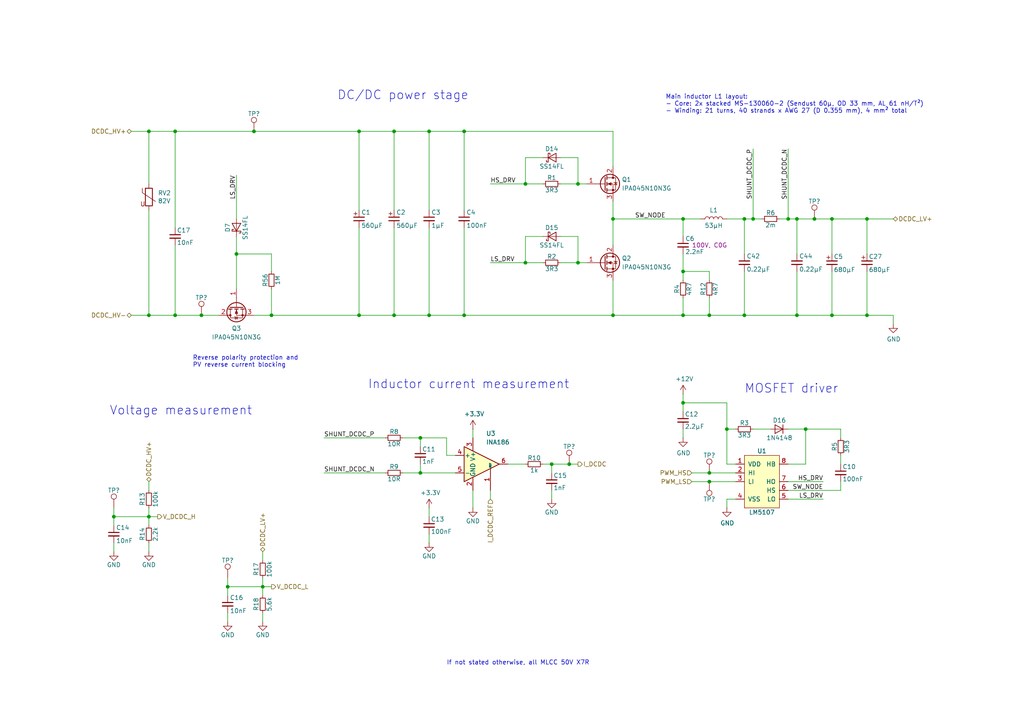
<source format=kicad_sch>
(kicad_sch (version 20250114) (generator "eeschema") (generator_version "9.0")
  (paper "A4")
  (title_block (title "MPPT 2420 HC") (date "2021-05-03") (rev "0.2.3") (company "Copyright © 2020 Libre Solar Technologies GmbH") (comment 1 "Licensed under CERN-OHL-W version 2") (comment 2 "Author: Martin Jäger"))
  (lib_symbols
    (symbol "Connector:TestPoint" (pin_numbers (hide yes)) (pin_names (offset 0.762) (hide yes))
      (property "Reference" "TP" (at 0 6.858 0))
      (property "Value" "TestPoint" (at 0 5.08 0))
      (symbol "TestPoint_0_1"
        (circle (center 0 3.302) (radius 0.762))
      )
      (symbol "TestPoint_1_1"
        (pin passive line (at 0 0 90) (length 2.54) (name "1") (number "1"))
      )
    )
    (symbol "Device:L" (pin_numbers (hide yes)) (pin_names (offset 1.016) (hide yes))
      (property "Reference" "L" (at -1.27 0 90))
      (property "Value" "L" (at 1.905 0 90))
      (symbol "L_0_1"
        (arc (start 0 2.54) (mid 0.6323 1.905) (end 0 1.27))
        (arc (start 0 1.27) (mid 0.6323 0.635) (end 0 0))
        (arc (start 0 0) (mid 0.6323 -0.635) (end 0 -1.27))
        (arc (start 0 -1.27) (mid 0.6323 -1.905) (end 0 -2.54))
      )
      (symbol "L_1_1"
        (pin passive line (at 0 3.81 270) (length 1.27) (name "1") (number "1"))
        (pin passive line (at 0 -3.81 90) (length 1.27) (name "2") (number "2"))
      )
    )
    (symbol "Device:Q_NMOS_GDS" (pin_names (offset 0) (hide yes))
      (property "Reference" "Q" (at 5.08 1.27 0))
      (property "Value" "Device_Q_NMOS_GDS" (at 5.08 -1.27 0))
      (symbol "Q_NMOS_GDS_0_1"
        (polyline (pts (xy 0.254 1.905) (xy 0.254 -1.905)) (stroke (width 0.254)))
        (polyline (pts (xy 0.254 0) (xy -2.54 0)))
        (polyline (pts (xy 0.762 2.286) (xy 0.762 1.27)) (stroke (width 0.254)))
        (polyline (pts (xy 0.762 0.508) (xy 0.762 -0.508)) (stroke (width 0.254)))
        (polyline (pts (xy 0.762 -1.27) (xy 0.762 -2.286)) (stroke (width 0.254)))
        (polyline (pts (xy 0.762 -1.778) (xy 3.302 -1.778) (xy 3.302 1.778) (xy 0.762 1.778)))
        (polyline (pts (xy 1.016 0) (xy 2.032 0.381) (xy 2.032 -0.381) (xy 1.016 0)) (fill (type outline)))
        (circle (center 1.651 0) (radius 2.794) (stroke (width 0.254)))
        (polyline (pts (xy 2.54 2.54) (xy 2.54 1.778)))
        (circle (center 2.54 1.778) (radius 0.254) (fill (type outline)))
        (circle (center 2.54 -1.778) (radius 0.254) (fill (type outline)))
        (polyline (pts (xy 2.54 -2.54) (xy 2.54 0) (xy 0.762 0)))
        (polyline (pts (xy 2.794 0.508) (xy 2.921 0.381) (xy 3.683 0.381) (xy 3.81 0.254)))
        (polyline (pts (xy 3.302 0.381) (xy 2.921 -0.254) (xy 3.683 -0.254) (xy 3.302 0.381)))
      )
      (symbol "Q_NMOS_GDS_1_1"
        (pin input line (at -5.08 0 0) (length 2.54) (name "G") (number "1"))
        (pin passive line (at 2.54 5.08 270) (length 2.54) (name "D") (number "2"))
        (pin passive line (at 2.54 -5.08 90) (length 2.54) (name "S") (number "3"))
      )
    )
    (symbol "Device:Varistor" (pin_numbers (hide yes)) (pin_names (offset 0))
      (property "Reference" "RV" (at 3.175 0 90))
      (property "Value" "Varistor" (at -3.175 0 90))
      (symbol "Varistor_0_0"
        (text "U" (at -1.778 -2.032 0) (effects (font (size 1.27 1.27))))
      )
      (symbol "Varistor_0_1"
        (polyline (pts (xy -1.905 2.54) (xy -1.905 1.27) (xy 1.905 -1.27)))
        (rectangle (start -1.016 -2.54) (end 1.016 2.54) (stroke (width 0.254)))
      )
      (symbol "Varistor_1_1"
        (pin passive line (at 0 3.81 270) (length 1.27) (name "~") (number "1"))
        (pin passive line (at 0 -3.81 90) (length 1.27) (name "~") (number "2"))
      )
    )
    (symbol "LibreSolar:C" (pin_numbers (hide yes)) (pin_names (offset 0.254) (hide yes))
      (property "Reference" "C" (at 0.635 1.905 0))
      (property "Value" "LibreSolar_C" (at 0.635 -1.905 0))
      (symbol "C_0_1"
        (polyline (pts (xy -1.524 0.508) (xy 0 0.508) (xy 1.524 0.508)) (stroke (width 0.3048)))
        (polyline (pts (xy -1.524 -0.508) (xy 1.524 -0.508)) (stroke (width 0.3302)))
      )
      (symbol "C_1_1"
        (pin passive line (at 0 2.54 270) (length 1.905) (name "~") (number "1"))
        (pin passive line (at 0 -2.54 90) (length 2.032) (name "~") (number "2"))
      )
    )
    (symbol "LibreSolar:CP" (pin_numbers (hide yes)) (pin_names (offset 0.254) (hide yes))
      (property "Reference" "C" (at 0.635 1.905 0))
      (property "Value" "LibreSolar_CP" (at 0.635 -1.905 0))
      (symbol "CP_0_0"
        (polyline (pts (xy -1.524 0.508) (xy 1.524 0.508)) (stroke (width 0.3048)))
        (polyline (pts (xy -1.524 -0.508) (xy 1.524 -0.508)) (stroke (width 0.3048)))
      )
      (symbol "CP_0_1"
        (polyline (pts (xy -1.524 1.524) (xy -0.508 1.524)))
        (polyline (pts (xy -1.016 1.016) (xy -1.016 2.032)))
      )
      (symbol "CP_1_1"
        (pin passive line (at 0 2.54 270) (length 2.032) (name "~") (number "1"))
        (pin passive line (at 0 -2.54 90) (length 2.032) (name "~") (number "2"))
      )
    )
    (symbol "LibreSolar:INA186" (pin_names (offset 0.127))
      (property "Reference" "U" (at 3.81 3.81 0))
      (property "Value" "LibreSolar_INA186" (at 3.81 -2.54 0))
      (symbol "INA186_0_1"
        (polyline (pts (xy 5.08 0) (xy -5.08 5.08) (xy -5.08 -5.08) (xy 5.08 0)) (stroke (width 0.254)) (fill (type background)))
      )
      (symbol "INA186_1_1"
        (pin input line (at -7.62 2.54 0) (length 2.54) (name "+") (number "4"))
        (pin input line (at -7.62 -2.54 0) (length 2.54) (name "-") (number "5"))
        (pin power_in line (at -2.54 7.62 270) (length 3.81) (name "V+") (number "3"))
        (pin power_in line (at -2.54 -7.62 90) (length 3.81) (name "GND") (number "2"))
        (pin input line (at 2.54 -7.62 90) (length 6.35) (name "REF") (number "1"))
        (pin output line (at 7.62 0 180) (length 2.54) (name "~") (number "6"))
      )
    )
    (symbol "Project:C" (pin_numbers (hide yes)) (pin_names (offset 0.254) (hide yes))
      (property "Reference" "C" (at 0.635 1.905 0))
      (property "Value" "C" (at 0.635 -1.905 0))
      (symbol "C_0_1"
        (polyline (pts (xy -1.524 0.508) (xy 0 0.508) (xy 1.524 0.508)) (stroke (width 0.3048)))
        (polyline (pts (xy -1.524 -0.508) (xy 1.524 -0.508)) (stroke (width 0.3302)))
      )
      (symbol "C_1_1"
        (pin passive line (at 0 2.54 270) (length 1.905) (name "~") (number "1"))
        (pin passive line (at 0 -2.54 90) (length 2.032) (name "~") (number "2"))
      )
    )
    (symbol "Project:D" (pin_numbers (hide yes)) (pin_names (offset 0.254) (hide yes))
      (property "Reference" "D" (at 0 2.54 0))
      (property "Value" "D" (at 0 -2.54 0))
      (symbol "D_0_1"
        (polyline (pts (xy -1.27 0) (xy 1.27 0)))
        (polyline (pts (xy -1.016 -1.27) (xy -1.016 1.27)) (stroke (width 0.2032)))
        (polyline (pts (xy 1.27 -1.27) (xy -1.016 0) (xy 1.27 1.27) (xy 1.27 -1.27)) (stroke (width 0.2032)))
      )
      (symbol "D_1_1"
        (pin passive line (at -2.54 0 0) (length 1.27) (name "K") (number "1"))
        (pin passive line (at 2.54 0 180) (length 1.27) (name "A") (number "2"))
      )
    )
    (symbol "Project:D_Schottky" (pin_numbers (hide yes)) (pin_names (offset 0.254) (hide yes))
      (property "Reference" "D" (at 0 2.54 0))
      (property "Value" "D_Schottky" (at 0 -2.54 0))
      (symbol "D_Schottky_0_1"
        (polyline (pts (xy -1.016 1.27) (xy -0.508 1.27) (xy -0.508 0.762)) (stroke (width 0.2032)))
        (polyline (pts (xy -1.016 -1.27) (xy -1.016 1.27)) (stroke (width 0.2032)))
        (polyline (pts (xy -1.016 -1.27) (xy -1.524 -1.27) (xy -1.524 -0.762)) (stroke (width 0.2032)))
        (polyline (pts (xy 1.27 0) (xy -1.27 0)))
        (polyline (pts (xy 1.27 -1.27) (xy -1.016 0) (xy 1.27 1.27) (xy 1.27 -1.27)) (stroke (width 0.2032)))
      )
      (symbol "D_Schottky_1_1"
        (pin passive line (at -2.54 0 0) (length 1.27) (name "K") (number "1"))
        (pin passive line (at 2.54 0 180) (length 1.27) (name "A") (number "2"))
      )
    )
    (symbol "Project:LM5107" (pin_names (offset 1.016))
      (property "Reference" "U" (at 0 8.89 0))
      (property "Value" "LM5107" (at 0 -8.89 0))
      (symbol "LM5107_1_0"
        (rectangle (start -5.08 7.62) (end 5.08 -7.62) (fill (type background)))
      )
      (symbol "LM5107_1_1"
        (pin power_in line (at -7.62 5.08 0) (length 2.54) (name "VDD") (number "1"))
        (pin input line (at -7.62 2.54 0) (length 2.54) (name "HI") (number "2"))
        (pin input line (at -7.62 0 0) (length 2.54) (name "LI") (number "3"))
        (pin power_in line (at -7.62 -5.08 0) (length 2.54) (name "VSS") (number "4"))
        (pin input line (at 7.62 5.08 180) (length 2.54) (name "HB") (number "8"))
        (pin output line (at 7.62 0 180) (length 2.54) (name "HO") (number "7"))
        (pin input line (at 7.62 -2.54 180) (length 2.54) (name "HS") (number "6"))
        (pin output line (at 7.62 -5.08 180) (length 2.54) (name "LO") (number "5"))
      )
    )
    (symbol "Project:R" (pin_numbers (hide yes)) (pin_names (offset 0.254) (hide yes))
      (property "Reference" "R" (at -1.905 0 90))
      (property "Value" "R" (at 1.905 0 90))
      (symbol "R_0_1"
        (rectangle (start -0.762 1.778) (end 0.762 -1.778) (stroke (width 0.2032)))
      )
      (symbol "R_1_1"
        (pin passive line (at 0 2.54 270) (length 0.762) (name "~") (number "1"))
        (pin passive line (at 0 -2.54 90) (length 0.762) (name "~") (number "2"))
      )
    )
    (symbol "power:+12V" (power) (pin_numbers (hide yes)) (pin_names (offset 0) (hide yes))
      (property "Value" "+12V" (at 0 3.556 0))
      (symbol "+12V_0_1"
        (polyline (pts (xy -0.762 1.27) (xy 0 2.54)))
        (polyline (pts (xy 0 2.54) (xy 0.762 1.27)))
        (polyline (pts (xy 0 0) (xy 0 2.54)))
      )
      (symbol "+12V_1_1"
        (pin power_in line (at 0 0 90) (length 0) (name "~") (number "1"))
      )
    )
    (symbol "power:+3.3V" (power) (pin_numbers (hide yes)) (pin_names (offset 0) (hide yes))
      (property "Value" "+3.3V" (at 0 3.556 0))
      (symbol "+3.3V_0_1"
        (polyline (pts (xy -0.762 1.27) (xy 0 2.54)))
        (polyline (pts (xy 0 2.54) (xy 0.762 1.27)))
        (polyline (pts (xy 0 0) (xy 0 2.54)))
      )
      (symbol "+3.3V_1_1"
        (pin power_in line (at 0 0 90) (length 0) (name "~") (number "1"))
      )
    )
    (symbol "power:GND" (power) (pin_numbers (hide yes)) (pin_names (offset 0) (hide yes))
      (property "Value" "GND" (at 0 -3.81 0))
      (symbol "GND_0_1"
        (polyline (pts (xy 0 0) (xy 0 -1.27) (xy 1.27 -1.27) (xy 0 -2.54) (xy -1.27 -1.27) (xy 0 -1.27)))
      )
      (symbol "GND_1_1"
        (pin power_in line (at 0 0 270) (length 0) (name "~") (number "1"))
      )
    )
  )
  (text "Main inductor L1 layout:\n- Core: 2x stacked MS-130060-2 (Sendust 60µ, OD 33 mm, AL 61 nH/T²)\n- Winding: 21 turns, 40 strands x AWG 27 (D 0.355 mm), 4 mm² total" (at 193.04 33.02 0) (effects (font (size 1.27 1.27)) (justify left bottom)))
  (text "Reverse polarity protection and\nPV reverse current blocking" (at 55.88 106.68 0) (effects (font (size 1.27 1.27)) (justify left bottom)))
  (text "Inductor current measurement" (at 106.68 113.03 0) (effects (font (size 2.54 2.54)) (justify left bottom)))
  (text "Voltage measurement" (at 31.75 120.65 0) (effects (font (size 2.54 2.54)) (justify left bottom)))
  (text "MOSFET driver" (at 215.9 114.3 0) (effects (font (size 2.54 2.54)) (justify left bottom)))
  (text "If not stated otherwise, all MLCC 50V X7R" (at 129.54 193.04 0) (effects (font (size 1.27 1.27)) (justify left bottom)))
  (text "DC/DC power stage" (at 97.79 29.21 0) (effects (font (size 2.54 2.54)) (justify left bottom)))
  (junction (at 76.2 170.18))
  (junction (at 198.12 78.74))
  (junction (at 198.12 116.84))
  (junction (at 114.3 38.1))
  (junction (at 233.68 124.46))
  (junction (at 73.66 38.1))
  (junction (at 58.42 91.44))
  (junction (at 241.3 63.5))
  (junction (at 210.82 124.46))
  (junction (at 251.46 91.44))
  (junction (at 231.14 63.5))
  (junction (at 66.04 170.18))
  (junction (at 167.64 53.34))
  (junction (at 152.4 76.2))
  (junction (at 134.62 91.44))
  (junction (at 251.46 63.5))
  (junction (at 152.4 53.34))
  (junction (at 177.8 91.44))
  (junction (at 104.14 38.1))
  (junction (at 43.18 149.86))
  (junction (at 198.12 91.44))
  (junction (at 231.14 91.44))
  (junction (at 114.3 91.44))
  (junction (at 177.8 63.5))
  (junction (at 121.92 137.16))
  (junction (at 215.9 63.5))
  (junction (at 121.92 127))
  (junction (at 43.18 91.44))
  (junction (at 33.02 149.86))
  (junction (at 68.58 73.66))
  (junction (at 241.3 91.44))
  (junction (at 104.14 91.44))
  (junction (at 43.18 38.1))
  (junction (at 167.64 76.2))
  (junction (at 198.12 63.5))
  (junction (at 215.9 91.44))
  (junction (at 205.74 137.16))
  (junction (at 205.74 139.7))
  (junction (at 134.62 38.1))
  (junction (at 50.8 38.1))
  (junction (at 165.1 134.62))
  (junction (at 218.44 63.5))
  (junction (at 228.6 63.5))
  (junction (at 124.46 38.1))
  (junction (at 124.46 91.44))
  (junction (at 205.74 91.44))
  (junction (at 236.22 63.5))
  (junction (at 160.02 134.62))
  (junction (at 78.74 91.44))
  (junction (at 50.8 91.44))
  (wire (pts (xy 152.4 45.72) (xy 152.4 53.34)))
  (wire (pts (xy 116.84 137.16) (xy 121.92 137.16)))
  (wire (pts (xy 210.82 124.46) (xy 213.36 124.46)))
  (wire (pts (xy 167.64 53.34) (xy 167.64 45.72)))
  (wire (pts (xy 167.64 68.58) (xy 162.56 68.58)))
  (wire (pts (xy 205.74 78.74) (xy 198.12 78.74)))
  (wire (pts (xy 213.36 144.78) (xy 210.82 144.78)))
  (wire (pts (xy 76.2 170.18) (xy 78.74 170.18)))
  (wire (pts (xy 142.24 144.78) (xy 142.24 142.24)))
  (wire (pts (xy 43.18 91.44) (xy 50.8 91.44)))
  (wire (pts (xy 157.48 45.72) (xy 152.4 45.72)))
  (wire (pts (xy 167.64 53.34) (xy 170.18 53.34)))
  (wire (pts (xy 177.8 38.1) (xy 177.8 48.26)))
  (wire (pts (xy 205.74 81.28) (xy 205.74 78.74)))
  (wire (pts (xy 205.74 139.7) (xy 200.66 139.7)))
  (wire (pts (xy 66.04 177.8) (xy 66.04 180.34)))
  (wire (pts (xy 50.8 38.1) (xy 43.18 38.1)))
  (wire (pts (xy 43.18 38.1) (xy 43.18 53.34)))
  (wire (pts (xy 134.62 38.1) (xy 134.62 60.96)))
  (wire (pts (xy 137.16 142.24) (xy 137.16 147.32)))
  (wire (pts (xy 205.74 137.16) (xy 200.66 137.16)))
  (wire (pts (xy 50.8 71.12) (xy 50.8 91.44)))
  (wire (pts (xy 228.6 124.46) (xy 233.68 124.46)))
  (wire (pts (xy 43.18 139.7) (xy 43.18 142.24)))
  (wire (pts (xy 226.06 63.5) (xy 228.6 63.5)))
  (wire (pts (xy 210.82 124.46) (xy 210.82 116.84)))
  (wire (pts (xy 241.3 63.5) (xy 251.46 63.5)))
  (wire (pts (xy 243.84 142.24) (xy 243.84 139.7)))
  (wire (pts (xy 73.66 38.1) (xy 104.14 38.1)))
  (wire (pts (xy 162.56 76.2) (xy 167.64 76.2)))
  (wire (pts (xy 93.98 127) (xy 111.76 127)))
  (wire (pts (xy 243.84 132.08) (xy 243.84 134.62)))
  (wire (pts (xy 177.8 63.5) (xy 198.12 63.5)))
  (wire (pts (xy 66.04 170.18) (xy 66.04 167.64)))
  (wire (pts (xy 215.9 91.44) (xy 231.14 91.44)))
  (wire (pts (xy 58.42 91.44) (xy 63.5 91.44)))
  (wire (pts (xy 76.2 177.8) (xy 76.2 180.34)))
  (wire (pts (xy 114.3 91.44) (xy 124.46 91.44)))
  (wire (pts (xy 198.12 78.74) (xy 198.12 73.66)))
  (wire (pts (xy 167.64 76.2) (xy 170.18 76.2)))
  (wire (pts (xy 210.82 63.5) (xy 215.9 63.5)))
  (wire (pts (xy 251.46 91.44) (xy 259.08 91.44)))
  (wire (pts (xy 231.14 63.5) (xy 236.22 63.5)))
  (wire (pts (xy 210.82 116.84) (xy 198.12 116.84)))
  (wire (pts (xy 157.48 53.34) (xy 152.4 53.34)))
  (wire (pts (xy 116.84 127) (xy 121.92 127)))
  (wire (pts (xy 78.74 73.66) (xy 68.58 73.66)))
  (wire (pts (xy 50.8 91.44) (xy 58.42 91.44)))
  (wire (pts (xy 124.46 38.1) (xy 134.62 38.1)))
  (wire (pts (xy 38.1 91.44) (xy 43.18 91.44)))
  (wire (pts (xy 177.8 58.42) (xy 177.8 63.5)))
  (wire (pts (xy 66.04 170.18) (xy 66.04 172.72)))
  (wire (pts (xy 213.36 139.7) (xy 205.74 139.7)))
  (wire (pts (xy 121.92 137.16) (xy 121.92 134.62)))
  (wire (pts (xy 205.74 86.36) (xy 205.74 91.44)))
  (wire (pts (xy 251.46 78.74) (xy 251.46 91.44)))
  (wire (pts (xy 104.14 60.96) (xy 104.14 38.1)))
  (wire (pts (xy 114.3 38.1) (xy 124.46 38.1)))
  (wire (pts (xy 213.36 134.62) (xy 210.82 134.62)))
  (wire (pts (xy 162.56 53.34) (xy 167.64 53.34)))
  (wire (pts (xy 152.4 53.34) (xy 142.24 53.34)))
  (wire (pts (xy 66.04 170.18) (xy 76.2 170.18)))
  (wire (pts (xy 198.12 78.74) (xy 198.12 81.28)))
  (wire (pts (xy 157.48 134.62) (xy 160.02 134.62)))
  (wire (pts (xy 121.92 129.54) (xy 121.92 127)))
  (wire (pts (xy 114.3 60.96) (xy 114.3 38.1)))
  (wire (pts (xy 215.9 63.5) (xy 218.44 63.5)))
  (wire (pts (xy 129.54 127) (xy 129.54 132.08)))
  (wire (pts (xy 33.02 157.48) (xy 33.02 160.02)))
  (wire (pts (xy 124.46 60.96) (xy 124.46 38.1)))
  (wire (pts (xy 68.58 68.58) (xy 68.58 73.66)))
  (wire (pts (xy 147.32 134.62) (xy 152.4 134.62)))
  (wire (pts (xy 124.46 157.48) (xy 124.46 154.94)))
  (wire (pts (xy 124.46 66.04) (xy 124.46 91.44)))
  (wire (pts (xy 142.24 76.2) (xy 152.4 76.2)))
  (wire (pts (xy 33.02 149.86) (xy 33.02 147.32)))
  (wire (pts (xy 198.12 114.3) (xy 198.12 116.84)))
  (wire (pts (xy 134.62 91.44) (xy 177.8 91.44)))
  (wire (pts (xy 165.1 134.62) (xy 167.64 134.62)))
  (wire (pts (xy 231.14 78.74) (xy 231.14 91.44)))
  (wire (pts (xy 76.2 167.64) (xy 76.2 170.18)))
  (wire (pts (xy 167.64 76.2) (xy 167.64 68.58)))
  (wire (pts (xy 93.98 137.16) (xy 111.76 137.16)))
  (wire (pts (xy 205.74 91.44) (xy 215.9 91.44)))
  (wire (pts (xy 152.4 68.58) (xy 152.4 76.2)))
  (wire (pts (xy 43.18 157.48) (xy 43.18 160.02)))
  (wire (pts (xy 104.14 38.1) (xy 114.3 38.1)))
  (wire (pts (xy 218.44 124.46) (xy 223.52 124.46)))
  (wire (pts (xy 43.18 149.86) (xy 43.18 152.4)))
  (wire (pts (xy 210.82 134.62) (xy 210.82 124.46)))
  (wire (pts (xy 236.22 63.5) (xy 241.3 63.5)))
  (wire (pts (xy 241.3 78.74) (xy 241.3 91.44)))
  (wire (pts (xy 73.66 91.44) (xy 78.74 91.44)))
  (wire (pts (xy 160.02 142.24) (xy 160.02 144.78)))
  (wire (pts (xy 243.84 127) (xy 243.84 124.46)))
  (wire (pts (xy 210.82 144.78) (xy 210.82 147.32)))
  (wire (pts (xy 198.12 63.5) (xy 203.2 63.5)))
  (wire (pts (xy 78.74 78.74) (xy 78.74 73.66)))
  (wire (pts (xy 198.12 91.44) (xy 205.74 91.44)))
  (wire (pts (xy 218.44 63.5) (xy 220.98 63.5)))
  (wire (pts (xy 43.18 149.86) (xy 45.72 149.86)))
  (wire (pts (xy 43.18 60.96) (xy 43.18 91.44)))
  (wire (pts (xy 198.12 124.46) (xy 198.12 127)))
  (wire (pts (xy 124.46 149.86) (xy 124.46 147.32)))
  (wire (pts (xy 177.8 91.44) (xy 198.12 91.44)))
  (wire (pts (xy 160.02 134.62) (xy 165.1 134.62)))
  (wire (pts (xy 76.2 170.18) (xy 76.2 172.72)))
  (wire (pts (xy 233.68 134.62) (xy 233.68 124.46)))
  (wire (pts (xy 177.8 63.5) (xy 177.8 71.12)))
  (wire (pts (xy 241.3 73.66) (xy 241.3 63.5)))
  (wire (pts (xy 121.92 137.16) (xy 132.08 137.16)))
  (wire (pts (xy 134.62 66.04) (xy 134.62 91.44)))
  (wire (pts (xy 198.12 68.58) (xy 198.12 63.5)))
  (wire (pts (xy 177.8 91.44) (xy 177.8 81.28)))
  (wire (pts (xy 78.74 91.44) (xy 104.14 91.44)))
  (wire (pts (xy 251.46 63.5) (xy 259.08 63.5)))
  (wire (pts (xy 134.62 38.1) (xy 177.8 38.1)))
  (wire (pts (xy 231.14 73.66) (xy 231.14 63.5)))
  (wire (pts (xy 152.4 76.2) (xy 157.48 76.2)))
  (wire (pts (xy 160.02 134.62) (xy 160.02 137.16)))
  (wire (pts (xy 50.8 38.1) (xy 73.66 38.1)))
  (wire (pts (xy 33.02 149.86) (xy 33.02 152.4)))
  (wire (pts (xy 78.74 83.82) (xy 78.74 91.44)))
  (wire (pts (xy 114.3 91.44) (xy 104.14 91.44)))
  (wire (pts (xy 228.6 43.18) (xy 228.6 63.5)))
  (wire (pts (xy 215.9 73.66) (xy 215.9 63.5)))
  (wire (pts (xy 233.68 124.46) (xy 243.84 124.46)))
  (wire (pts (xy 121.92 127) (xy 129.54 127)))
  (wire (pts (xy 50.8 38.1) (xy 50.8 66.04)))
  (wire (pts (xy 228.6 144.78) (xy 238.76 144.78)))
  (wire (pts (xy 76.2 160.02) (xy 76.2 162.56)))
  (wire (pts (xy 241.3 91.44) (xy 251.46 91.44)))
  (wire (pts (xy 231.14 91.44) (xy 241.3 91.44)))
  (wire (pts (xy 167.64 45.72) (xy 162.56 45.72)))
  (wire (pts (xy 68.58 63.5) (xy 68.58 50.8)))
  (wire (pts (xy 129.54 132.08) (xy 132.08 132.08)))
  (wire (pts (xy 215.9 78.74) (xy 215.9 91.44)))
  (wire (pts (xy 259.08 91.44) (xy 259.08 93.98)))
  (wire (pts (xy 198.12 86.36) (xy 198.12 91.44)))
  (wire (pts (xy 134.62 91.44) (xy 124.46 91.44)))
  (wire (pts (xy 213.36 137.16) (xy 205.74 137.16)))
  (wire (pts (xy 157.48 68.58) (xy 152.4 68.58)))
  (wire (pts (xy 33.02 149.86) (xy 43.18 149.86)))
  (wire (pts (xy 233.68 134.62) (xy 228.6 134.62)))
  (wire (pts (xy 228.6 139.7) (xy 238.76 139.7)))
  (wire (pts (xy 198.12 116.84) (xy 198.12 119.38)))
  (wire (pts (xy 228.6 142.24) (xy 243.84 142.24)))
  (wire (pts (xy 228.6 63.5) (xy 231.14 63.5)))
  (wire (pts (xy 251.46 73.66) (xy 251.46 63.5)))
  (wire (pts (xy 43.18 38.1) (xy 38.1 38.1)))
  (wire (pts (xy 68.58 73.66) (xy 68.58 83.82)))
  (wire (pts (xy 43.18 147.32) (xy 43.18 149.86)))
  (wire (pts (xy 114.3 66.04) (xy 114.3 91.44)))
  (wire (pts (xy 137.16 124.46) (xy 137.16 127)))
  (wire (pts (xy 218.44 43.18) (xy 218.44 63.5)))
  (wire (pts (xy 104.14 66.04) (xy 104.14 91.44)))
  (label "SHUNT_DCDC_N" (at 228.6 43.18 270))
  (label "HS_DRV" (at 142.24 53.34 0))
  (label "SHUNT_DCDC_N" (at 93.98 137.16 0))
  (label "SW_NODE" (at 238.76 142.24 180))
  (label "SW_NODE" (at 184.15 63.5 0))
  (label "LS_DRV" (at 68.58 50.8 270))
  (label "LS_DRV" (at 238.76 144.78 180))
  (label "HS_DRV" (at 238.76 139.7 180))
  (label "LS_DRV" (at 142.24 76.2 0))
  (label "SHUNT_DCDC_P" (at 218.44 43.18 270))
  (label "SHUNT_DCDC_P" (at 93.98 127 0))
  (hierarchical_label "V_DCDC_H" (shape output) (at 45.72 149.86 0))
  (hierarchical_label "I_DCDC_REF" (shape input) (at 142.24 144.78 270))
  (hierarchical_label "V_DCDC_L" (shape output) (at 78.74 170.18 0))
  (hierarchical_label "I_DCDC" (shape output) (at 167.64 134.62 0))
  (hierarchical_label "DCDC_LV+" (shape bidirectional) (at 76.2 160.02 90))
  (hierarchical_label "PWM_LS" (shape input) (at 200.66 139.7 180))
  (hierarchical_label "PWM_HS" (shape input) (at 200.66 137.16 180))
  (hierarchical_label "DCDC_HV+" (shape bidirectional) (at 43.18 139.7 90))
  (hierarchical_label "DCDC_HV+" (shape bidirectional) (at 38.1 38.1 180))
  (hierarchical_label "DCDC_LV+" (shape bidirectional) (at 259.08 63.5 0))
  (hierarchical_label "DCDC_HV-" (shape bidirectional) (at 38.1 91.44 180))
  (symbol (lib_id "LibreSolar:CP") (at 114.3 63.5 0) (unit 1)
    (property "Reference" "C2" (at 114.935 61.595 0) (effects (justify left)))
    (property "Value" "560µF" (at 114.935 65.405 0) (effects (justify left)))
    (property "Footprint" "Capacitor_THT:CP_Radial_D18.0mm_P7.50mm" (effects (hide yes)))
    (property "Manufacturer" "United Chemi-Con" (effects (hide yes)))
    (property "PartNumber" "EKZN101ELL561MM25S" (effects (hide yes)))
    (property "Remarks" "100V, 2.75A, 18x25" (effects (hide yes)))
  )
  (symbol (lib_id "Project:C") (at 243.84 137.16 0) (unit 1)
    (property "Reference" "C10" (at 244.348 135.382 0) (effects (justify left)))
    (property "Value" "100nF" (at 244.348 138.938 0) (effects (justify left)))
    (property "Footprint" "LibreSolar:C_0603_1608" (effects (hide yes)))
    (property "Manufacturer" "any" (effects (hide yes)))
  )
  (symbol (lib_id "Project:C") (at 134.62 63.5 0) (unit 1)
    (property "Reference" "C4" (at 135.255 61.595 0) (effects (justify left)))
    (property "Value" "100nF" (at 135.255 65.405 0) (effects (justify left)))
    (property "Footprint" "LibreSolar:C_0805_2012" (effects (hide yes)))
    (property "Manufacturer" "any" (effects (hide yes)))
    (property "Remarks" "100V, X7S" (effects (hide yes)))
  )
  (symbol (lib_id "Project:C") (at 198.12 71.12 0) (unit 1)
    (property "Reference" "C6" (at 198.755 69.215 0) (effects (justify left)))
    (property "Value" "2.2nF" (at 198.755 73.025 0) (effects (justify left)))
    (property "Footprint" "LibreSolar:C_0603_1608" (effects (hide yes)))
    (property "Remarks" "100V, C0G" (at 200.66 71.12 0) (effects (justify left)))
    (property "Manufacturer" "any" (effects (hide yes)))
  )
  (symbol (lib_id "Project:R") (at 198.12 83.82 0) (mirror x) (unit 1)
    (property "Reference" "R4" (at 196.342 83.82 90))
    (property "Value" "4R7" (at 199.898 83.82 90))
    (property "Footprint" "LibreSolar:R_1206_3216" (effects (hide yes)))
    (property "Manufacturer" "Yageo" (effects (hide yes)))
    (property "PartNumber" "RC1206FR-074R7L" (effects (hide yes)))
  )
  (symbol (lib_id "Device:L") (at 207.01 63.5 90) (unit 1)
    (property "Reference" "L1" (at 207.01 60.96 90))
    (property "Value" "53µH" (at 207.01 65.405 90))
    (property "Footprint" "LibreSolar:Inductor_Toroid_D32.8mm_4mm2" (effects (hide yes)))
    (property "Manufacturer" "Custom (see schematic)" (effects (hide yes)))
  )
  (symbol (lib_id "Project:C") (at 198.12 121.92 0) (unit 1)
    (property "Reference" "C12" (at 198.628 120.142 0) (effects (justify left)))
    (property "Value" "2.2µF" (at 198.628 123.698 0) (effects (justify left)))
    (property "Footprint" "LibreSolar:C_0603_1608" (effects (hide yes)))
    (property "Manufacturer" "any" (effects (hide yes)))
    (property "Remarks" "25V, X5R" (effects (hide yes)))
  )
  (symbol (lib_id "Device:Q_NMOS_GDS") (at 175.26 53.34 0) (unit 1)
    (property "Reference" "Q1" (at 180.34 52.07 0) (effects (justify left)))
    (property "Value" "IPA045N10N3G" (at 180.34 54.61 0) (effects (justify left)))
    (property "Footprint" "LibreSolar:TO-220-3_Horizontal_BottomHeatsink" (effects (hide yes)))
    (property "Manufacturer" "Infineon" (effects (hide yes)))
    (property "PartNumber" "IPA045N10N3G" (effects (hide yes)))
    (property "Remarks" "Alternative: IPP045N10N3G" (effects (hide yes)))
  )
  (symbol (lib_id "Device:Q_NMOS_GDS") (at 175.26 76.2 0) (unit 1)
    (property "Reference" "Q2" (at 180.34 74.93 0) (effects (justify left)))
    (property "Value" "IPA045N10N3G" (at 180.34 77.47 0) (effects (justify left)))
    (property "Footprint" "LibreSolar:TO-220-3_Horizontal_BottomHeatsink" (effects (hide yes)))
    (property "Manufacturer" "Infineon" (effects (hide yes)))
    (property "PartNumber" "IPA045N10N3G" (effects (hide yes)))
    (property "Remarks" "Alternative: IPP045N10N3G" (effects (hide yes)))
  )
  (symbol (lib_id "LibreSolar:CP") (at 104.14 63.5 0) (unit 1)
    (property "Reference" "C1" (at 104.775 61.595 0) (effects (justify left)))
    (property "Value" "560µF" (at 104.775 65.405 0) (effects (justify left)))
    (property "Footprint" "Capacitor_THT:CP_Radial_D18.0mm_P7.50mm" (effects (hide yes)))
    (property "Manufacturer" "United Chemi-Con" (effects (hide yes)))
    (property "PartNumber" "EKZN101ELL561MM25S" (effects (hide yes)))
    (property "Remarks" "100V, 2.75A, 18x25" (effects (hide yes)))
  )
  (symbol (lib_id "Project:D_Schottky") (at 160.02 68.58 0) (unit 1)
    (property "Reference" "D15" (at 160.02 66.04 0))
    (property "Value" "SS14FL" (at 160.02 71.12 0))
    (property "Footprint" "Diode_SMD:D_SOD-123" (effects (hide yes)))
    (property "Manufacturer" "ON Semiconductor" (effects (hide yes)))
    (property "PartNumber" "SS14FL" (effects (hide yes)))
    (property "Remarks" "Alternative: Nexperia PMEG4010EGWX" (effects (hide yes)))
  )
  (symbol (lib_id "Project:D_Schottky") (at 160.02 45.72 0) (unit 1)
    (property "Reference" "D14" (at 160.02 43.18 0))
    (property "Value" "SS14FL" (at 160.02 48.26 0))
    (property "Footprint" "Diode_SMD:D_SOD-123" (effects (hide yes)))
    (property "Manufacturer" "ON Semiconductor" (effects (hide yes)))
    (property "PartNumber" "SS14FL" (effects (hide yes)))
    (property "Remarks" "Alternative: Nexperia PMEG4010EGWX" (effects (hide yes)))
  )
  (symbol (lib_id "Project:D") (at 226.06 124.46 0) (mirror y) (unit 1)
    (property "Reference" "D16" (at 226.06 121.92 0))
    (property "Value" "1N4148" (at 226.06 127 0))
    (property "Footprint" "LibreSolar:D_SOD-123" (effects (hide yes)))
    (property "Manufacturer" "Diodes Inc." (effects (hide yes)))
    (property "PartNumber" "1N4148W-7-F" (effects (hide yes)))
  )
  (symbol (lib_id "Project:R") (at 243.84 129.54 0) (unit 1)
    (property "Reference" "R5" (at 242.062 129.54 90))
    (property "Value" "3R3" (at 245.618 129.54 90))
    (property "Footprint" "LibreSolar:R_0805_2012" (effects (hide yes)))
    (property "Manufacturer" "Yageo" (effects (hide yes)))
    (property "PartNumber" "RC0805FR-073R3L" (effects (hide yes)))
  )
  (symbol (lib_id "Project:R") (at 160.02 76.2 270) (unit 1)
    (property "Reference" "R2" (at 160.02 74.422 90))
    (property "Value" "3R3" (at 160.02 77.978 90))
    (property "Footprint" "LibreSolar:R_0805_2012" (effects (hide yes)))
    (property "Manufacturer" "Yageo" (effects (hide yes)))
    (property "PartNumber" "RC0805FR-073R3L" (effects (hide yes)))
  )
  (symbol (lib_id "Project:R") (at 160.02 53.34 270) (unit 1)
    (property "Reference" "R1" (at 160.02 51.562 90))
    (property "Value" "3R3" (at 160.02 55.118 90))
    (property "Footprint" "LibreSolar:R_0805_2012" (effects (hide yes)))
    (property "Manufacturer" "Yageo" (effects (hide yes)))
    (property "PartNumber" "RC0805FR-073R3L" (effects (hide yes)))
  )
  (symbol (lib_id "Project:R") (at 223.52 63.5 270) (unit 1)
    (property "Reference" "R6" (at 223.52 61.722 90))
    (property "Value" "2m" (at 223.52 65.278 90))
    (property "Footprint" "LibreSolar:R_Bourns_CRE2512" (effects (hide yes)))
    (property "Manufacturer" "Bourns" (effects (hide yes)))
    (property "PartNumber" "CRE2512-FZ-R002E-3" (effects (hide yes)))
  )
  (symbol (lib_id "power:GND") (at 259.08 93.98 0) (unit 1)
    (property "Reference" "#PWR03" (effects (hide yes)))
    (property "Value" "GND" (at 259.207 98.3742 0))
  )
  (symbol (lib_id "power:GND") (at 76.2 180.34 0) (unit 1)
    (property "Reference" "#PWR046" (effects (hide yes)))
    (property "Value" "GND" (at 76.2 184.15 0))
  )
  (symbol (lib_id "Project:R") (at 43.18 154.94 0) (unit 1)
    (property "Reference" "R14" (at 41.275 154.94 90))
    (property "Value" "2.2k" (at 45.085 154.94 90))
    (property "Footprint" "LibreSolar:R_0603_1608" (effects (hide yes)))
    (property "Manufacturer" "any" (effects (hide yes)))
    (property "Remarks" "1%" (effects (hide yes)))
  )
  (symbol (lib_id "Project:R") (at 43.18 144.78 0) (unit 1)
    (property "Reference" "R13" (at 41.275 144.78 90))
    (property "Value" "100k" (at 45.085 144.78 90))
    (property "Footprint" "LibreSolar:R_0603_1608" (effects (hide yes)))
    (property "Manufacturer" "any" (effects (hide yes)))
    (property "Remarks" "1%" (effects (hide yes)))
  )
  (symbol (lib_id "Project:R") (at 76.2 165.1 0) (unit 1)
    (property "Reference" "R17" (at 74.295 165.1 90))
    (property "Value" "100k" (at 78.105 165.1 90))
    (property "Footprint" "LibreSolar:R_0603_1608" (effects (hide yes)))
    (property "Manufacturer" "any" (effects (hide yes)))
    (property "Remarks" "1%" (effects (hide yes)))
  )
  (symbol (lib_id "Project:R") (at 76.2 175.26 0) (unit 1)
    (property "Reference" "R18" (at 74.295 175.26 90))
    (property "Value" "5.6k" (at 78.105 175.26 90))
    (property "Footprint" "LibreSolar:R_0603_1608" (effects (hide yes)))
    (property "Manufacturer" "any" (effects (hide yes)))
    (property "Remarks" "1%" (effects (hide yes)))
  )
  (symbol (lib_id "Project:C") (at 66.04 175.26 0) (unit 1)
    (property "Reference" "C16" (at 66.675 173.355 0) (effects (justify left)))
    (property "Value" "10nF" (at 66.675 177.165 0) (effects (justify left)))
    (property "Footprint" "LibreSolar:C_0603_1608" (effects (hide yes)))
    (property "Manufacturer" "any" (effects (hide yes)))
  )
  (symbol (lib_id "LibreSolar:C") (at 215.9 76.2 0) (unit 1)
    (property "Reference" "C42" (at 216.535 74.295 0) (effects (justify left)))
    (property "Value" "0.22µF" (at 216.535 78.105 0) (effects (justify left)))
    (property "Footprint" "Capacitor_THT:C_Rect_L7.2mm_W3.5mm_P5.00mm_FKS2_FKP2_MKS2_MKP2" (effects (hide yes)))
    (property "PartNumber" "B32529C224J" (effects (hide yes)))
    (property "Manufacturer" "EPCOS / TDK" (effects (hide yes)))
    (property "Remarks" "Alternative: Kemet MMK5224K63J01L16.5TA18" (effects (hide yes)))
  )
  (symbol (lib_id "Project:C") (at 50.8 68.58 0) (unit 1)
    (property "Reference" "C17" (at 51.308 66.802 0) (effects (justify left)))
    (property "Value" "10nF" (at 51.308 70.358 0) (effects (justify left)))
    (property "Footprint" "LibreSolar:C_0603_1608" (effects (hide yes)))
    (property "Manufacturer" "any" (effects (hide yes)))
    (property "Remarks" "100V, X7R" (effects (hide yes)))
  )
  (symbol (lib_id "Device:Q_NMOS_GDS") (at 68.58 88.9 90) (mirror x) (unit 1)
    (property "Reference" "Q3" (at 68.58 95.25 90))
    (property "Value" "IPA045N10N3G" (at 68.58 97.79 90))
    (property "Footprint" "LibreSolar:TO-220-3_Horizontal_BottomHeatsink" (effects (hide yes)))
    (property "Manufacturer" "Infineon" (effects (hide yes)))
    (property "Remarks" "Alternative: IPP045N10N3G" (effects (hide yes)))
    (property "PartNumber" "IPA045N10N3G" (effects (hide yes)))
  )
  (symbol (lib_id "Project:R") (at 215.9 124.46 270) (unit 1)
    (property "Reference" "R3" (at 215.9 122.682 90))
    (property "Value" "3R3" (at 215.9 126.238 90))
    (property "Footprint" "LibreSolar:R_0805_2012" (effects (hide yes)))
    (property "Manufacturer" "Yageo" (effects (hide yes)))
    (property "PartNumber" "RC0805FR-073R3L" (effects (hide yes)))
  )
  (symbol (lib_id "Project:D_Schottky") (at 68.58 66.04 90) (unit 1)
    (property "Reference" "D7" (at 66.04 66.04 0))
    (property "Value" "SS14FL" (at 71.12 66.04 0))
    (property "Footprint" "Diode_SMD:D_SOD-123" (effects (hide yes)))
    (property "Manufacturer" "ON Semiconductor" (effects (hide yes)))
    (property "PartNumber" "SS14FL" (effects (hide yes)))
    (property "Remarks" "Alternative: Nexperia PMEG4010EGWX" (effects (hide yes)))
  )
  (symbol (lib_id "Project:R") (at 78.74 81.28 0) (unit 1)
    (property "Reference" "R56" (at 76.962 81.28 90))
    (property "Value" "1M" (at 80.518 81.28 90))
    (property "Footprint" "LibreSolar:R_0603_1608" (effects (hide yes)))
    (property "Manufacturer" "any" (effects (hide yes)))
    (property "Remarks" "1%" (effects (hide yes)))
  )
  (symbol (lib_id "LibreSolar:CP") (at 241.3 76.2 0) (unit 1)
    (property "Reference" "C5" (at 241.808 74.422 0) (effects (justify left)))
    (property "Value" "680µF" (at 241.808 78.232 0) (effects (justify left)))
    (property "Footprint" "Capacitor_THT:CP_Radial_D10.0mm_P5.00mm" (effects (hide yes)))
    (property "Manufacturer" "Panasonic" (effects (hide yes)))
    (property "PartNumber" "EEU-FR1V681" (effects (hide yes)))
    (property "Remarks" "35V, 2.18A, 10x20" (effects (hide yes)))
  )
  (symbol (lib_id "Project:C") (at 124.46 63.5 0) (unit 1)
    (property "Reference" "C3" (at 125.095 61.595 0) (effects (justify left)))
    (property "Value" "1µF" (at 125.095 65.405 0) (effects (justify left)))
    (property "Footprint" "LibreSolar:C_0805_2012" (effects (hide yes)))
    (property "Manufacturer" "any" (effects (hide yes)))
    (property "Remarks" "100V, X7S" (effects (hide yes)))
  )
  (symbol (lib_id "Project:LM5107") (at 220.98 139.7 0) (unit 1)
    (property "Reference" "U1" (at 220.98 130.81 0))
    (property "Value" "LM5107" (at 220.98 148.59 0))
    (property "Footprint" "LibreSolar:SOIC-8_3.9x4.9mm_Pitch1.27mm" (effects (hide yes)))
    (property "Manufacturer" "Texas Instruments" (effects (hide yes)))
    (property "PartNumber" "LM5107MAX/NOPB" (effects (hide yes)))
  )
  (symbol (lib_id "power:GND") (at 66.04 180.34 0) (unit 1)
    (property "Reference" "#PWR044" (effects (hide yes)))
    (property "Value" "GND" (at 66.04 184.15 0))
  )
  (symbol (lib_id "power:GND") (at 33.02 160.02 0) (unit 1)
    (property "Reference" "#PWR039" (effects (hide yes)))
    (property "Value" "GND" (at 33.02 163.83 0))
  )
  (symbol (lib_id "power:GND") (at 43.18 160.02 0) (unit 1)
    (property "Reference" "#PWR042" (effects (hide yes)))
    (property "Value" "GND" (at 43.18 163.83 0))
  )
  (symbol (lib_id "Project:C") (at 33.02 154.94 0) (unit 1)
    (property "Reference" "C14" (at 33.655 153.035 0) (effects (justify left)))
    (property "Value" "10nF" (at 33.655 156.845 0) (effects (justify left)))
    (property "Footprint" "LibreSolar:C_0603_1608" (effects (hide yes)))
    (property "Manufacturer" "any" (effects (hide yes)))
  )
  (symbol (lib_id "LibreSolar:C") (at 231.14 76.2 180) (unit 1)
    (property "Reference" "C44" (at 231.775 74.295 0) (effects (justify right)))
    (property "Value" "0.22µF" (at 231.775 78.105 0) (effects (justify right)))
    (property "Footprint" "Capacitor_THT:C_Rect_L7.2mm_W3.5mm_P5.00mm_FKS2_FKP2_MKS2_MKP2" (effects (hide yes)))
    (property "PartNumber" "B32529C224J" (effects (hide yes)))
    (property "Manufacturer" "EPCOS / TDK" (effects (hide yes)))
    (property "Remarks" "Alternative: Kemet MMK5224K63J01L16.5TA18" (effects (hide yes)))
  )
  (symbol (lib_id "Device:Varistor") (at 43.18 57.15 0) (unit 1)
    (property "Reference" "RV2" (at 45.7962 55.9816 0) (effects (justify left)))
    (property "Value" "82V" (at 45.7962 58.293 0) (effects (justify left)))
    (property "Footprint" "Varistor:RV_Disc_D12mm_W4.3mm_P7.5mm" (effects (hide yes)))
    (property "Manufacturer" "Bourns" (effects (hide yes)))
    (property "PartNumber" "MOV-10D820K " (effects (hide yes)))
    (instances (project "" (path "" (reference "RV2") (unit 1)) (path "" (reference "RV?") (unit 1))))
  )
  (symbol (lib_id "power:+12V") (at 198.12 114.3 0) (unit 1)
    (property "Reference" "#PWR029" (effects (hide yes)))
    (property "Value" "+12V" (at 198.501 109.9058 0))
  )
  (symbol (lib_id "Connector:TestPoint") (at 165.1 134.62 0) (unit 1)
    (property "Reference" "TP1" (at 165.1 129.54 0))
    (property "Value" "1.5mm" (effects (hide yes)))
    (property "Footprint" "TestPoint:TestPoint_Pad_D1.5mm" (effects (hide yes)))
    (property "Config" "+info" (effects (hide yes)))
    (instances (project "" (path "" (reference "TP?") (unit 1)) (path "" (reference "TP1") (unit 1)) (path "" (reference "TP?") (unit 1))))
  )
  (symbol (lib_id "Project:C") (at 124.46 152.4 0) (unit 1)
    (property "Reference" "C13" (at 124.968 150.622 0) (effects (justify left)))
    (property "Value" "100nF" (at 124.968 154.178 0) (effects (justify left)))
    (property "Footprint" "LibreSolar:C_0603_1608" (effects (hide yes)))
    (property "Manufacturer" "any" (effects (hide yes)))
    (instances (project "" (path "" (reference "C13") (unit 1)) (path "" (reference "C?") (unit 1))))
  )
  (symbol (lib_id "Project:C") (at 160.02 139.7 0) (unit 1)
    (property "Reference" "C15" (at 160.528 137.922 0) (effects (justify left)))
    (property "Value" "1nF" (at 160.528 141.478 0) (effects (justify left)))
    (property "Footprint" "LibreSolar:C_0603_1608" (effects (hide yes)))
    (property "Manufacturer" "any" (effects (hide yes)))
    (instances (project "" (path "" (reference "C15") (unit 1)) (path "" (reference "C?") (unit 1))))
  )
  (symbol (lib_id "power:GND") (at 160.02 144.78 0) (unit 1)
    (property "Reference" "#PWR0106" (effects (hide yes)))
    (property "Value" "GND" (at 160.02 148.59 0))
    (instances (project "" (path "" (reference "#PWR0106") (unit 1)) (path "" (reference "#PWR?") (unit 1))))
  )
  (symbol (lib_id "Project:R") (at 154.94 134.62 90) (mirror x) (unit 1)
    (property "Reference" "R10" (at 154.94 132.842 90))
    (property "Value" "1k" (at 154.94 136.398 90))
    (property "Footprint" "LibreSolar:R_0603_1608" (effects (hide yes)))
    (property "Manufacturer" "any" (effects (hide yes)))
    (property "Remarks" "1%" (effects (hide yes)))
    (instances (project "" (path "" (reference "R10") (unit 1)) (path "" (reference "R?") (unit 1))))
  )
  (symbol (lib_id "power:GND") (at 124.46 157.48 0) (unit 1)
    (property "Reference" "#PWR0117" (effects (hide yes)))
    (property "Value" "GND" (at 124.46 161.29 0))
    (instances (project "" (path "" (reference "#PWR0117") (unit 1)) (path "" (reference "#PWR?") (unit 1))))
  )
  (symbol (lib_id "power:GND") (at 137.16 147.32 0) (unit 1)
    (property "Reference" "#PWR0120" (effects (hide yes)))
    (property "Value" "GND" (at 137.16 151.13 0))
    (instances (project "" (path "" (reference "#PWR0120") (unit 1)) (path "" (reference "#PWR?") (unit 1))))
  )
  (symbol (lib_id "power:+3.3V") (at 124.46 147.32 0) (unit 1)
    (property "Reference" "#PWR0121" (effects (hide yes)))
    (property "Value" "+3.3V" (at 124.841 142.9258 0))
    (instances (project "" (path "" (reference "#PWR0121") (unit 1)) (path "" (reference "#PWR?") (unit 1))))
  )
  (symbol (lib_id "LibreSolar:INA186") (at 139.7 134.62 0) (unit 1)
    (property "Reference" "U3" (at 140.97 125.73 0) (effects (justify left)))
    (property "Value" "INA186" (at 140.97 128.27 0) (effects (justify left)))
    (property "Footprint" "Package_TO_SOT_SMD:SOT-363_SC-70-6" (effects (hide yes)))
    (property "Datasheet" "http://www.ti.com/lit/ds/symlink/ina186.pdf" (effects (hide yes)))
    (property "Manufacturer" "Texas Instruments" (effects (hide yes)))
    (property "PartNumber" "INA186A1IDCKR" (effects (hide yes)))
    (instances (project "" (path "" (reference "U3") (unit 1)) (path "" (reference "U?") (unit 1))))
  )
  (symbol (lib_id "power:+3.3V") (at 137.16 124.46 0) (unit 1)
    (property "Reference" "#PWR0122" (effects (hide yes)))
    (property "Value" "+3.3V" (at 137.541 120.0658 0))
    (instances (project "" (path "" (reference "#PWR0122") (unit 1)) (path "" (reference "#PWR?") (unit 1))))
  )
  (symbol (lib_id "Project:R") (at 114.3 127 90) (mirror x) (unit 1)
    (property "Reference" "R8" (at 114.3 125.222 90))
    (property "Value" "10R" (at 114.3 128.778 90))
    (property "Footprint" "LibreSolar:R_0603_1608" (effects (hide yes)))
    (property "Manufacturer" "any" (effects (hide yes)))
    (property "Remarks" "1%" (effects (hide yes)))
  )
  (symbol (lib_id "Project:R") (at 114.3 137.16 90) (mirror x) (unit 1)
    (property "Reference" "R9" (at 114.3 135.382 90))
    (property "Value" "10R" (at 114.3 138.938 90))
    (property "Footprint" "LibreSolar:R_0603_1608" (effects (hide yes)))
    (property "Manufacturer" "any" (effects (hide yes)))
    (property "Remarks" "1%" (effects (hide yes)))
  )
  (symbol (lib_id "Project:C") (at 121.92 132.08 0) (unit 1)
    (property "Reference" "C11" (at 122.428 130.302 0) (effects (justify left)))
    (property "Value" "1nF" (at 122.428 133.858 0) (effects (justify left)))
    (property "Footprint" "LibreSolar:C_0603_1608" (effects (hide yes)))
    (property "Manufacturer" "any" (effects (hide yes)))
    (instances (project "" (path "" (reference "C11") (unit 1)) (path "" (reference "C?") (unit 1))))
  )
  (symbol (lib_id "power:GND") (at 198.12 127 0) (unit 1)
    (property "Reference" "#PWR0118" (effects (hide yes)))
    (property "Value" "GND" (at 198.247 131.3942 0))
  )
  (symbol (lib_id "Project:R") (at 205.74 83.82 0) (mirror x) (unit 1)
    (property "Reference" "R12" (at 203.962 83.82 90))
    (property "Value" "4R7" (at 207.518 83.82 90))
    (property "Footprint" "LibreSolar:R_1206_3216" (effects (hide yes)))
    (property "Manufacturer" "Yageo" (effects (hide yes)))
    (property "PartNumber" "RC1206FR-074R7L" (effects (hide yes)))
  )
  (symbol (lib_id "Connector:TestPoint") (at 33.02 147.32 0) (mirror y) (unit 1)
    (property "Reference" "TP3" (at 33.02 142.24 0))
    (property "Value" "1.5mm" (effects (hide yes)))
    (property "Footprint" "TestPoint:TestPoint_Pad_D1.5mm" (effects (hide yes)))
    (property "Config" "+info" (effects (hide yes)))
    (instances (project "" (path "" (reference "TP?") (unit 1)) (path "" (reference "TP3") (unit 1)) (path "" (reference "TP?") (unit 1))))
  )
  (symbol (lib_id "Connector:TestPoint") (at 66.04 167.64 0) (mirror y) (unit 1)
    (property "Reference" "TP6" (at 66.04 162.56 0))
    (property "Value" "1.5mm" (effects (hide yes)))
    (property "Footprint" "TestPoint:TestPoint_Pad_D1.5mm" (effects (hide yes)))
    (property "Config" "+info" (effects (hide yes)))
    (instances (project "" (path "" (reference "TP?") (unit 1)) (path "" (reference "TP6") (unit 1)) (path "" (reference "TP?") (unit 1))))
  )
  (symbol (lib_id "Connector:TestPoint") (at 73.66 38.1 0) (unit 1)
    (property "Reference" "TP7" (at 73.66 33.02 0))
    (property "Value" "1.5mm" (effects (hide yes)))
    (property "Footprint" "TestPoint:TestPoint_Pad_D1.5mm" (effects (hide yes)))
    (property "Config" "+info" (effects (hide yes)))
    (instances (project "" (path "" (reference "TP?") (unit 1)) (path "" (reference "TP7") (unit 1)) (path "" (reference "TP?") (unit 1))))
  )
  (symbol (lib_id "Connector:TestPoint") (at 58.42 91.44 0) (unit 1)
    (property "Reference" "TP5" (at 58.42 86.36 0))
    (property "Value" "1.5mm" (effects (hide yes)))
    (property "Footprint" "TestPoint:TestPoint_Pad_D1.5mm" (effects (hide yes)))
    (property "Config" "+info" (effects (hide yes)))
    (instances (project "" (path "" (reference "TP?") (unit 1)) (path "" (reference "TP5") (unit 1)) (path "" (reference "TP?") (unit 1))))
  )
  (symbol (lib_id "Connector:TestPoint") (at 236.22 63.5 0) (unit 1)
    (property "Reference" "TP8" (at 236.22 58.42 0))
    (property "Value" "1.5mm" (effects (hide yes)))
    (property "Footprint" "TestPoint:TestPoint_Pad_D1.5mm" (effects (hide yes)))
    (property "Config" "+info" (effects (hide yes)))
    (instances (project "" (path "" (reference "TP?") (unit 1)) (path "" (reference "TP8") (unit 1)) (path "" (reference "TP?") (unit 1))))
  )
  (symbol (lib_id "LibreSolar:CP") (at 251.46 76.2 0) (unit 1)
    (property "Reference" "C27" (at 251.968 74.422 0) (effects (justify left)))
    (property "Value" "680µF" (at 251.968 78.232 0) (effects (justify left)))
    (property "Footprint" "Capacitor_THT:CP_Radial_D10.0mm_P5.00mm" (effects (hide yes)))
    (property "Manufacturer" "Panasonic" (effects (hide yes)))
    (property "PartNumber" "EEU-FR1V681" (effects (hide yes)))
    (property "Remarks" "35V, 2.18A, 10x20" (effects (hide yes)))
  )
  (symbol (lib_id "power:GND") (at 210.82 147.32 0) (unit 1)
    (property "Reference" "#PWR01" (effects (hide yes)))
    (property "Value" "GND" (at 210.947 151.7142 0))
  )
  (symbol (lib_id "Connector:TestPoint") (at 205.74 137.16 0) (unit 1)
    (property "Reference" "TP21" (at 205.74 132.08 0))
    (property "Value" "1.5mm" (effects (hide yes)))
    (property "Footprint" "TestPoint:TestPoint_Pad_D1.5mm" (effects (hide yes)))
    (property "Config" "+info" (effects (hide yes)))
    (instances (project "" (path "" (reference "TP?") (unit 1)) (path "" (reference "TP21") (unit 1)) (path "" (reference "TP?") (unit 1))))
  )
  (symbol (lib_id "Connector:TestPoint") (at 205.74 139.7 180) (unit 1)
    (property "Reference" "TP22" (at 205.74 144.78 0))
    (property "Value" "1.5mm" (effects (hide yes)))
    (property "Footprint" "TestPoint:TestPoint_Pad_D1.5mm" (effects (hide yes)))
    (property "Config" "+info" (effects (hide yes)))
    (instances (project "" (path "" (reference "TP?") (unit 1)) (path "" (reference "TP22") (unit 1)) (path "" (reference "TP?") (unit 1))))
  )
)
</source>
